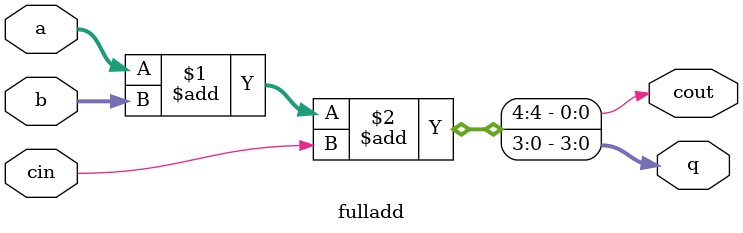
<source format=sv>
module fulladd(
input	logic cin,
input	logic [3:0] a, b,
output	logic [3:0] q,
output	logic cout);
	
assign	{cout, q} = a + b + cin;

endmodule

</source>
